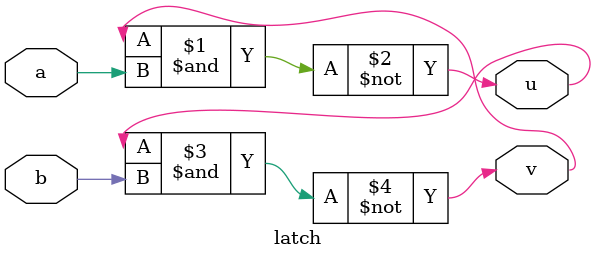
<source format=v>
module latch (u,v,a,b);
	
	input a,b;
	output u,v;

	nand G1(u,v,a);
	nand  G2(v,u,b);
	
//	nand #1  G2(v,u,b); 		//try
	
endmodule
</source>
